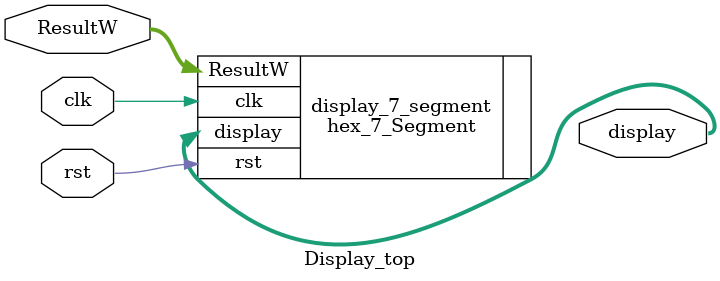
<source format=v>
`timescale 1ns / 1ps



module Display_top(clk,ResultW,rst,display);

input clk,rst;

input wire [31:0] ResultW;

output [6:0] display;

hex_7_Segment display_7_segment(
                                .clk(clk),
                                .rst(rst),
                                .ResultW(ResultW),
                                .display(display)
                                );

endmodule

</source>
